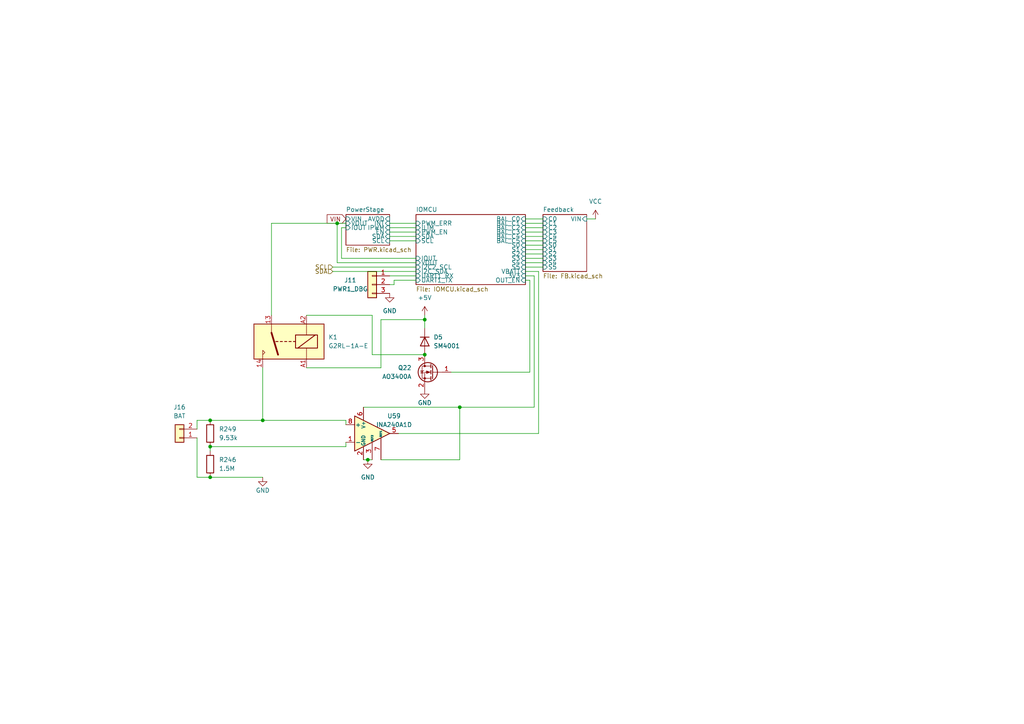
<source format=kicad_sch>
(kicad_sch (version 20230121) (generator eeschema)
  (paper "A4")
  (lib_symbols
    (symbol "Amplifier_Current:INA240A1D" (pin_names (offset 0.127))
      (property "Reference" "U" (at 3.81 3.81 0))
      (property "Value" "INA240A1D" (at 3.81 -2.54 0))
      (symbol "INA240A1D_0_1"
        (polyline (pts (xy 5.08 0) (xy -5.08 5.08) (xy -5.08 -5.08) (xy 5.08 0)) (stroke (width 0.254)) (fill (type background)))
      )
      (symbol "INA240A1D_1_1"
        (pin input line (at -7.62 -2.54 0) (length 2.54) (name "-") (number "1"))
        (pin power_in line (at -2.54 -7.62 90) (length 3.81) (name "GND") (number "2"))
        (pin passive line (at 0 -7.62 90) (length 5.08) (name "REF2") (number "3"))
        (pin passive line (at -2.54 -7.62 90) (length 3.81) hide (name "GND") (number "4"))
        (pin output line (at 7.62 0 180) (length 2.54) (name "~") (number "5"))
        (pin power_in line (at -2.54 7.62 270) (length 3.81) (name "V+") (number "6"))
        (pin passive line (at 2.54 -7.62 90) (length 6.35) (name "REF1") (number "7"))
        (pin input line (at -7.62 2.54 0) (length 2.54) (name "+") (number "8"))
      )
    )
    (symbol "Connector_Generic:Conn_01x02" (pin_names (offset 1.016) hide)
      (property "Reference" "J" (at 0 2.54 0))
      (property "Value" "Conn_01x02" (at 0 -5.08 0))
      (symbol "Conn_01x02_1_1"
        (rectangle (start -1.27 -2.413) (end 0 -2.667) (stroke (width 0.1524)))
        (rectangle (start -1.27 0.127) (end 0 -0.127) (stroke (width 0.1524)))
        (rectangle (start -1.27 1.27) (end 1.27 -3.81) (stroke (width 0.254)) (fill (type background)))
        (pin passive line (at -5.08 0 0) (length 3.81) (name "Pin_1") (number "1"))
        (pin passive line (at -5.08 -2.54 0) (length 3.81) (name "Pin_2") (number "2"))
      )
    )
    (symbol "Connector_Generic:Conn_01x03" (pin_names (offset 1.016) hide)
      (property "Reference" "J" (at 0 5.08 0))
      (property "Value" "Conn_01x03" (at 0 -5.08 0))
      (symbol "Conn_01x03_1_1"
        (rectangle (start -1.27 -2.413) (end 0 -2.667) (stroke (width 0.1524)))
        (rectangle (start -1.27 0.127) (end 0 -0.127) (stroke (width 0.1524)))
        (rectangle (start -1.27 2.667) (end 0 2.413) (stroke (width 0.1524)))
        (rectangle (start -1.27 3.81) (end 1.27 -3.81) (stroke (width 0.254)) (fill (type background)))
        (pin passive line (at -5.08 2.54 0) (length 3.81) (name "Pin_1") (number "1"))
        (pin passive line (at -5.08 0 0) (length 3.81) (name "Pin_2") (number "2"))
        (pin passive line (at -5.08 -2.54 0) (length 3.81) (name "Pin_3") (number "3"))
      )
    )
    (symbol "Device:R" (pin_numbers hide) (pin_names (offset 0))
      (property "Reference" "R" (at 2.032 0 90))
      (property "Value" "R" (at 0 0 90))
      (symbol "R_0_1"
        (rectangle (start -1.016 -2.54) (end 1.016 2.54) (stroke (width 0.254)))
      )
      (symbol "R_1_1"
        (pin passive line (at 0 3.81 270) (length 1.27) (name "~") (number "1"))
        (pin passive line (at 0 -3.81 90) (length 1.27) (name "~") (number "2"))
      )
    )
    (symbol "Diode:SM4001" (pin_numbers hide) (pin_names hide)
      (property "Reference" "D" (at 0 2.54 0))
      (property "Value" "SM4001" (at 0 -2.54 0))
      (symbol "SM4001_0_1"
        (polyline (pts (xy -1.27 1.27) (xy -1.27 -1.27)) (stroke (width 0.254)))
        (polyline (pts (xy 1.27 0) (xy -1.27 0)))
        (polyline (pts (xy 1.27 1.27) (xy 1.27 -1.27) (xy -1.27 0) (xy 1.27 1.27)) (stroke (width 0.254)))
      )
      (symbol "SM4001_1_1"
        (pin passive line (at -3.81 0 0) (length 2.54) (name "K") (number "1"))
        (pin passive line (at 3.81 0 180) (length 2.54) (name "A") (number "2"))
      )
    )
    (symbol "Relay:G2RL-1A-E"
      (property "Reference" "K" (at 11.43 3.81 0))
      (property "Value" "G2RL-1A-E" (at 11.43 1.27 0))
      (symbol "G2RL-1A-E_0_0"
        (polyline (pts (xy 7.62 5.08) (xy 7.62 2.54) (xy 6.985 3.175) (xy 7.62 3.81)))
      )
      (symbol "G2RL-1A-E_0_1"
        (rectangle (start -10.16 5.08) (end 10.16 -5.08) (stroke (width 0.254)) (fill (type background)))
        (rectangle (start -8.255 1.905) (end -1.905 -1.905) (stroke (width 0.254)))
        (polyline (pts (xy -7.62 -1.905) (xy -2.54 1.905)) (stroke (width 0.254)))
        (polyline (pts (xy -5.08 -5.08) (xy -5.08 -1.905)))
        (polyline (pts (xy -5.08 5.08) (xy -5.08 1.905)))
        (polyline (pts (xy -1.905 0) (xy -1.27 0)) (stroke (width 0.254)))
        (polyline (pts (xy -0.635 0) (xy 0 0)) (stroke (width 0.254)))
        (polyline (pts (xy 0.635 0) (xy 1.27 0)) (stroke (width 0.254)))
        (polyline (pts (xy 1.905 0) (xy 2.54 0)) (stroke (width 0.254)))
        (polyline (pts (xy 3.175 0) (xy 3.81 0)) (stroke (width 0.254)))
        (polyline (pts (xy 5.08 -2.54) (xy 3.175 3.81)) (stroke (width 0.508)))
        (polyline (pts (xy 5.08 -2.54) (xy 5.08 -5.08)))
      )
      (symbol "G2RL-1A-E_1_1"
        (pin passive line (at 5.08 -7.62 90) (length 2.54) (name "~") (number "13"))
        (pin passive line (at 7.62 7.62 270) (length 2.54) (name "~") (number "14"))
        (pin passive line (at -5.08 7.62 270) (length 2.54) (name "~") (number "A1"))
        (pin passive line (at -5.08 -7.62 90) (length 2.54) (name "~") (number "A2"))
      )
    )
    (symbol "Transistor_FET:AO3400A" (pin_names hide)
      (property "Reference" "Q" (at 5.08 1.905 0))
      (property "Value" "AO3400A" (at 5.08 0 0))
      (symbol "AO3400A_0_1"
        (polyline (pts (xy 0.254 0) (xy -2.54 0)))
        (polyline (pts (xy 0.254 1.905) (xy 0.254 -1.905)) (stroke (width 0.254)))
        (polyline (pts (xy 0.762 -1.27) (xy 0.762 -2.286)) (stroke (width 0.254)))
        (polyline (pts (xy 0.762 0.508) (xy 0.762 -0.508)) (stroke (width 0.254)))
        (polyline (pts (xy 0.762 2.286) (xy 0.762 1.27)) (stroke (width 0.254)))
        (polyline (pts (xy 2.54 2.54) (xy 2.54 1.778)))
        (polyline (pts (xy 2.54 -2.54) (xy 2.54 0) (xy 0.762 0)))
        (polyline (pts (xy 0.762 -1.778) (xy 3.302 -1.778) (xy 3.302 1.778) (xy 0.762 1.778)))
        (polyline (pts (xy 1.016 0) (xy 2.032 0.381) (xy 2.032 -0.381) (xy 1.016 0)) (fill (type outline)))
        (polyline (pts (xy 2.794 0.508) (xy 2.921 0.381) (xy 3.683 0.381) (xy 3.81 0.254)))
        (polyline (pts (xy 3.302 0.381) (xy 2.921 -0.254) (xy 3.683 -0.254) (xy 3.302 0.381)))
        (circle (center 1.651 0) (radius 2.794) (stroke (width 0.254)))
        (circle (center 2.54 -1.778) (radius 0.254) (fill (type outline)))
        (circle (center 2.54 1.778) (radius 0.254) (fill (type outline)))
      )
      (symbol "AO3400A_1_1"
        (pin input line (at -5.08 0 0) (length 2.54) (name "G") (number "1"))
        (pin passive line (at 2.54 -5.08 90) (length 2.54) (name "S") (number "2"))
        (pin passive line (at 2.54 5.08 270) (length 2.54) (name "D") (number "3"))
      )
    )
    (symbol "power:+5V" (power) (pin_names (offset 0))
      (property "Value" "+5V" (at 0 3.556 0))
      (symbol "+5V_0_1"
        (polyline (pts (xy -0.762 1.27) (xy 0 2.54)))
        (polyline (pts (xy 0 0) (xy 0 2.54)))
        (polyline (pts (xy 0 2.54) (xy 0.762 1.27)))
      )
      (symbol "+5V_1_1"
        (pin power_in line (at 0 0 90) (length 0) hide (name "+5V") (number "1"))
      )
    )
    (symbol "power:GND" (power) (pin_names (offset 0))
      (property "Value" "GND" (at 0 -3.81 0))
      (symbol "GND_0_1"
        (polyline (pts (xy 0 0) (xy 0 -1.27) (xy 1.27 -1.27) (xy 0 -2.54) (xy -1.27 -1.27) (xy 0 -1.27)))
      )
      (symbol "GND_1_1"
        (pin power_in line (at 0 0 270) (length 0) hide (name "GND") (number "1"))
      )
    )
    (symbol "power:VCC" (power) (pin_names (offset 0))
      (property "Value" "VCC" (at 0 3.81 0))
      (symbol "VCC_0_1"
        (polyline (pts (xy -0.762 1.27) (xy 0 2.54)))
        (polyline (pts (xy 0 0) (xy 0 2.54)))
        (polyline (pts (xy 0 2.54) (xy 0.762 1.27)))
      )
      (symbol "VCC_1_1"
        (pin power_in line (at 0 0 90) (length 0) hide (name "VCC") (number "1"))
      )
    )
  )
  (junction (at 123.19 102.87))
  (junction (at 133.35 118.11))
  (junction (at 60.96 129.54))
  (junction (at 60.96 138.43))
  (junction (at 106.68 133.35))
  (junction (at 76.2 121.92))
  (junction (at 97.79 64.77))
  (junction (at 123.19 92.71))
  (junction (at 60.96 121.92))
  (wire (pts (xy 60.96 129.54) (xy 60.96 130.81)))
  (wire (pts (xy 107.95 91.44) (xy 88.9 91.44)))
  (wire (pts (xy 123.19 91.44) (xy 123.19 92.71)))
  (wire (pts (xy 152.4 66.04) (xy 157.48 66.04)))
  (wire (pts (xy 152.4 77.47) (xy 157.48 77.47)))
  (wire (pts (xy 152.4 73.66) (xy 157.48 73.66)))
  (wire (pts (xy 120.65 81.28) (xy 114.3 81.28)))
  (wire (pts (xy 96.52 78.74) (xy 120.65 78.74)))
  (wire (pts (xy 113.03 66.04) (xy 120.65 66.04)))
  (wire (pts (xy 113.03 80.01) (xy 120.65 80.01)))
  (wire (pts (xy 57.15 138.43) (xy 60.96 138.43)))
  (wire (pts (xy 114.3 82.55) (xy 113.03 82.55)))
  (wire (pts (xy 113.03 68.58) (xy 120.65 68.58)))
  (wire (pts (xy 88.9 106.68) (xy 110.49 106.68)))
  (wire (pts (xy 100.33 123.19) (xy 100.33 121.92)))
  (wire (pts (xy 120.65 74.93) (xy 99.06 74.93)))
  (wire (pts (xy 154.94 80.01) (xy 154.94 118.11)))
  (wire (pts (xy 152.4 71.12) (xy 157.48 71.12)))
  (wire (pts (xy 105.41 133.35) (xy 106.68 133.35)))
  (wire (pts (xy 156.21 78.74) (xy 152.4 78.74)))
  (wire (pts (xy 60.96 129.54) (xy 100.33 129.54)))
  (wire (pts (xy 152.4 67.31) (xy 157.48 67.31)))
  (wire (pts (xy 107.95 102.87) (xy 107.95 91.44)))
  (wire (pts (xy 106.68 133.35) (xy 107.95 133.35)))
  (wire (pts (xy 133.35 133.35) (xy 133.35 118.11)))
  (wire (pts (xy 97.79 64.77) (xy 100.33 64.77)))
  (wire (pts (xy 152.4 80.01) (xy 154.94 80.01)))
  (wire (pts (xy 133.35 118.11) (xy 105.41 118.11)))
  (wire (pts (xy 60.96 121.92) (xy 76.2 121.92)))
  (wire (pts (xy 57.15 121.92) (xy 60.96 121.92)))
  (wire (pts (xy 99.06 74.93) (xy 99.06 66.04)))
  (wire (pts (xy 57.15 127) (xy 57.15 138.43)))
  (wire (pts (xy 100.33 128.27) (xy 100.33 129.54)))
  (wire (pts (xy 78.74 64.77) (xy 97.79 64.77)))
  (wire (pts (xy 110.49 133.35) (xy 133.35 133.35)))
  (wire (pts (xy 96.52 77.47) (xy 120.65 77.47)))
  (wire (pts (xy 99.06 66.04) (xy 100.33 66.04)))
  (wire (pts (xy 152.4 64.77) (xy 157.48 64.77)))
  (wire (pts (xy 120.65 76.2) (xy 97.79 76.2)))
  (wire (pts (xy 152.4 72.39) (xy 157.48 72.39)))
  (wire (pts (xy 152.4 68.58) (xy 157.48 68.58)))
  (wire (pts (xy 123.19 102.87) (xy 107.95 102.87)))
  (wire (pts (xy 114.3 81.28) (xy 114.3 82.55)))
  (wire (pts (xy 123.19 92.71) (xy 123.19 95.25)))
  (wire (pts (xy 152.4 81.28) (xy 153.67 81.28)))
  (wire (pts (xy 113.03 67.31) (xy 120.65 67.31)))
  (wire (pts (xy 76.2 106.68) (xy 76.2 121.92)))
  (wire (pts (xy 113.03 69.85) (xy 120.65 69.85)))
  (wire (pts (xy 152.4 74.93) (xy 157.48 74.93)))
  (wire (pts (xy 57.15 121.92) (xy 57.15 124.46)))
  (wire (pts (xy 154.94 118.11) (xy 133.35 118.11)))
  (wire (pts (xy 153.67 81.28) (xy 153.67 107.95)))
  (wire (pts (xy 152.4 76.2) (xy 157.48 76.2)))
  (wire (pts (xy 113.03 64.77) (xy 120.65 64.77)))
  (wire (pts (xy 170.18 63.5) (xy 172.72 63.5)))
  (wire (pts (xy 110.49 92.71) (xy 123.19 92.71)))
  (wire (pts (xy 115.57 125.73) (xy 156.21 125.73)))
  (wire (pts (xy 78.74 64.77) (xy 78.74 91.44)))
  (wire (pts (xy 156.21 125.73) (xy 156.21 78.74)))
  (wire (pts (xy 76.2 138.43) (xy 60.96 138.43)))
  (wire (pts (xy 76.2 121.92) (xy 100.33 121.92)))
  (wire (pts (xy 97.79 76.2) (xy 97.79 64.77)))
  (wire (pts (xy 152.4 69.85) (xy 157.48 69.85)))
  (wire (pts (xy 153.67 107.95) (xy 130.81 107.95)))
  (wire (pts (xy 152.4 63.5) (xy 157.48 63.5)))
  (wire (pts (xy 110.49 106.68) (xy 110.49 92.71)))
  (global_label "VIN" (shape input) (at 100.33 63.5 180) (property "Intersheetrefs" "${INTERSHEET_REFS}" (effects hide)))
  (hierarchical_label "SDA" (shape input) (at 96.52 78.74 180))
  (hierarchical_label "SCL" (shape input) (at 96.52 77.47 180))
  (symbol (lib_id "Amplifier_Current:INA240A1D") (at 107.95 125.73 0) (unit 1)
    (property "Reference" "U59" (at 114.3 120.65 0))
    (property "Value" "INA240A1D" (at 114.3 123.19 0))
    (property "Footprint" "Package_SO:SOIC-8_3.9x4.9mm_P1.27mm" (effects hide))
    (property "Datasheet" "http://www.ti.com/lit/ds/symlink/ina240.pdf" (effects hide))
    (instances (project "RC_Charger" (path "" (reference "U59") (unit 1)) (path "" (reference "U62") (unit 1))))
  )
  (symbol (lib_id "Device:R") (at 60.96 134.62 0) (unit 1)
    (property "Reference" "R246" (at 63.5 133.35 0) (effects (justify left)))
    (property "Value" "1.5M" (at 63.5 135.89 0) (effects (justify left)))
    (property "Footprint" "Resistor_SMD:R_0603_1608Metric" (effects hide))
    (instances (project "RC_Charger" (path "" (reference "R246") (unit 1)) (path "" (reference "R245") (unit 1))))
  )
  (symbol (lib_id "Connector_Generic:Conn_01x03") (at 107.95 82.55 0) (mirror y) (unit 1)
    (property "Reference" "J11" (at 101.6 81.28 0))
    (property "Value" "PWR1_DBG" (at 101.6 83.82 0))
    (property "Footprint" "Connector_PinHeader_2.54mm:PinHeader_1x03_P2.54mm_Vertical" (effects hide))
    (instances (project "RC_Charger" (path "" (reference "J11") (unit 1)) (path "" (reference "J11") (unit 1)) (path "" (reference "J5") (unit 1))))
  )
  (symbol (lib_id "power:GND") (at 113.03 85.09 0) (unit 1)
    (property "Reference" "#PWR0211" (effects hide))
    (property "Value" "GND" (at 113.03 90.17 0))
    (instances (project "RC_Charger" (path "" (reference "#PWR0211") (unit 1)) (path "" (reference "#PWR0211") (unit 1)) (path "" (reference "#PWR061") (unit 1))))
  )
  (symbol (lib_id "Transistor_FET:AO3400A") (at 125.73 107.95 0) (mirror y) (unit 1)
    (property "Reference" "Q22" (at 119.38 106.68 0) (effects (justify left)))
    (property "Value" "AO3400A" (at 119.38 109.22 0) (effects (justify left)))
    (property "Footprint" "Package_TO_SOT_SMD:SOT-23" (effects hide))
    (property "Datasheet" "http://www.aosmd.com/pdfs/datasheet/AO3400A.pdf" (effects hide))
    (instances (project "RC_Charger" (path "" (reference "Q22") (unit 1)) (path "" (reference "Q21") (unit 1))))
  )
  (symbol (lib_id "power:VCC") (at 172.72 63.5 0) (unit 1)
    (property "Reference" "#PWR0314" (effects hide))
    (property "Value" "VCC" (at 172.72 58.42 0))
    (instances (project "RC_Charger" (path "" (reference "#PWR0314") (unit 1)) (path "" (reference "#PWR0315") (unit 1)) (path "" (reference "#PWR0318") (unit 1))))
  )
  (symbol (lib_id "power:GND") (at 106.68 133.35 0) (unit 1)
    (property "Reference" "#PWR0211" (effects hide))
    (property "Value" "GND" (at 106.68 138.43 0))
    (instances (project "RC_Charger" (path "" (reference "#PWR0211") (unit 1)) (path "" (reference "#PWR0224") (unit 1)) (path "" (reference "#PWR0220") (unit 1))))
  )
  (symbol (lib_id "Relay:G2RL-1A-E") (at 83.82 99.06 180) (unit 1)
    (property "Reference" "K1" (at 95.25 97.79 0) (effects (justify right)))
    (property "Value" "G2RL-1A-E" (at 95.25 100.33 0) (effects (justify right)))
    (property "Footprint" "Relay_THT:Relay_SPST_Omron_G2RL-1A-E" (effects hide))
    (property "Datasheet" "https://omronfs.omron.com/en_US/ecb/products/pdf/en-g2rl.pdf" (effects hide))
    (instances (project "RC_Charger" (path "" (reference "K1") (unit 1)) (path "" (reference "K2") (unit 1))))
  )
  (symbol (lib_id "power:+5V") (at 123.19 91.44 0) (unit 1)
    (property "Reference" "#PWR053" (effects hide))
    (property "Value" "+5V" (at 123.19 86.36 0))
    (instances (project "RC_Charger" (path "" (reference "#PWR053") (unit 1)) (path "" (reference "#PWR054") (unit 1)) (path "" (reference "#PWR055") (unit 1))) (project "RC_Charger_MainBoard" (path "" (reference "#PWR017") (unit 1))))
  )
  (symbol (lib_id "Diode:SM4001") (at 123.19 99.06 270) (unit 1)
    (property "Reference" "D5" (at 125.73 97.79 90) (effects (justify left)))
    (property "Value" "SM4001" (at 125.73 100.33 90) (effects (justify left)))
    (property "Footprint" "Diode_SMD:D_MELF" (effects hide))
    (property "Datasheet" "http://cdn-reichelt.de/documents/datenblatt/A400/SMD1N400%23DIO.pdf" (effects hide))
    (property "Sim.Device" "D" (effects hide))
    (property "Sim.Pins" "1=K 2=A" (effects hide))
    (instances (project "RC_Charger" (path "" (reference "D5") (unit 1)) (path "" (reference "D6") (unit 1))))
  )
  (symbol (lib_id "power:GND") (at 76.2 138.43 0) (unit 1)
    (property "Reference" "#PWR0211" (effects hide))
    (property "Value" "GND" (at 76.2 142.24 0))
    (instances (project "RC_Charger" (path "" (reference "#PWR0211") (unit 1)) (path "" (reference "#PWR0213") (unit 1)) (path "" (reference "#PWR08") (unit 1))))
  )
  (symbol (lib_id "Connector_Generic:Conn_01x02") (at 52.07 127 180) (unit 1)
    (property "Reference" "J16" (at 52.07 118.11 0))
    (property "Value" "BAT" (at 52.07 120.65 0))
    (property "Footprint" "TerminalBlock_Dinkle:TerminalBlock_Dinkle_DT-55-B01X-02_P10.00mm" (effects hide))
    (instances (project "RC_Charger" (path "" (reference "J16") (unit 1)) (path "" (reference "J19") (unit 1))))
  )
  (symbol (lib_id "power:GND") (at 123.19 113.03 0) (unit 1)
    (property "Reference" "#PWR0211" (effects hide))
    (property "Value" "GND" (at 123.19 116.84 0))
    (instances (project "RC_Charger" (path "" (reference "#PWR0211") (unit 1)) (path "" (reference "#PWR0228") (unit 1)) (path "" (reference "#PWR0225") (unit 1))))
  )
  (symbol (lib_id "Device:R") (at 60.96 125.73 0) (unit 1)
    (property "Reference" "R249" (at 63.5 124.46 0) (effects (justify left)))
    (property "Value" "9.53k" (at 63.5 127 0) (effects (justify left)))
    (property "Footprint" "Resistor_SMD:R_0603_1608Metric" (effects hide))
    (instances (project "RC_Charger" (path "" (reference "R249") (unit 1)) (path "" (reference "R252") (unit 1))))
  )
  (sheet (at 100.33 62.23) (size 12.7 8.89) (stroke (width 0.1524))
    (property "Sheetname" "PowerStage" (at 100.33 61.5184 0) (effects (justify left bottom)))
    (property "Sheetfile" "PWR.kicad_sch" (at 100.33 71.7046 0) (effects (justify left top)))
    (pin "INT" input (at 113.03 64.77 0))
    (pin "IPWM" input (at 113.03 66.04 0))
    (pin "AVDD" input (at 113.03 63.5 0))
    (pin "EN" input (at 113.03 67.31 0))
    (pin "SDA" input (at 113.03 68.58 0))
    (pin "SCL" input (at 113.03 69.85 0))
    (pin "VOUT" input (at 100.33 64.77 180))
    (pin "VIN" input (at 100.33 63.5 180))
    (pin "IOUT" input (at 100.33 66.04 180))
  )
  (sheet (at 120.65 62.23) (size 31.75 20.32) (stroke (width 0.1524))
    (property "Sheetname" "IOMCU" (at 120.65 61.5184 0) (effects (justify left bottom)))
    (property "Sheetfile" "IOMCU.kicad_sch" (at 120.65 83.1346 0) (effects (justify left top)))
    (pin "PWM_ERR" input (at 120.65 64.77 180))
    (pin "BAL_C4" input (at 152.4 68.58 0))
    (pin "BAL_C5" input (at 152.4 69.85 0))
    (pin "SDA" input (at 120.65 68.58 180))
    (pin "BAL_C3" input (at 152.4 67.31 0))
    (pin "BAL_C2" input (at 152.4 66.04 0))
    (pin "SCL" input (at 120.65 69.85 180))
    (pin "PWM_EN" input (at 120.65 67.31 180))
    (pin "BAL_C0" input (at 152.4 63.5 0))
    (pin "BAL_C1" input (at 152.4 64.77 0))
    (pin "S4" input (at 152.4 76.2 0))
    (pin "S5" input (at 152.4 77.47 0))
    (pin "ILIM" input (at 120.65 66.04 180))
    (pin "VOUT" input (at 120.65 76.2 180))
    (pin "S1" input (at 152.4 72.39 0))
    (pin "S0" input (at 152.4 71.12 0))
    (pin "S3" input (at 152.4 74.93 0))
    (pin "IOUT" input (at 120.65 74.93 180))
    (pin "S2" input (at 152.4 73.66 0))
    (pin "UART1_RX" input (at 120.65 80.01 180))
    (pin "UART1_TX" input (at 120.65 81.28 180))
    (pin "I2C2_SCL" input (at 120.65 77.47 180))
    (pin "I2C_SDA" input (at 120.65 78.74 180))
    (pin "3V3" input (at 152.4 80.01 0))
    (pin "VBATT" input (at 152.4 78.74 0))
    (pin "OUT_EN" input (at 152.4 81.28 0))
  )
  (sheet (at 157.48 62.23) (size 12.7 16.51) (stroke (width 0.1524))
    (property "Sheetname" "Feedback" (at 157.48 61.5184 0) (effects (justify left bottom)))
    (property "Sheetfile" "FB.kicad_sch" (at 157.48 79.3246 0) (effects (justify left top)))
    (pin "C3" input (at 157.48 67.31 180))
    (pin "C5" input (at 157.48 69.85 180))
    (pin "C4" input (at 157.48 68.58 180))
    (pin "C2" input (at 157.48 66.04 180))
    (pin "C1" input (at 157.48 64.77 180))
    (pin "C0" input (at 157.48 63.5 180))
    (pin "S5" input (at 157.48 77.47 180))
    (pin "S1" input (at 157.48 72.39 180))
    (pin "S0" input (at 157.48 71.12 180))
    (pin "S2" input (at 157.48 73.66 180))
    (pin "S3" input (at 157.48 74.93 180))
    (pin "S4" input (at 157.48 76.2 180))
    (pin "VIN" input (at 170.18 63.5 0))
  )
)
</source>
